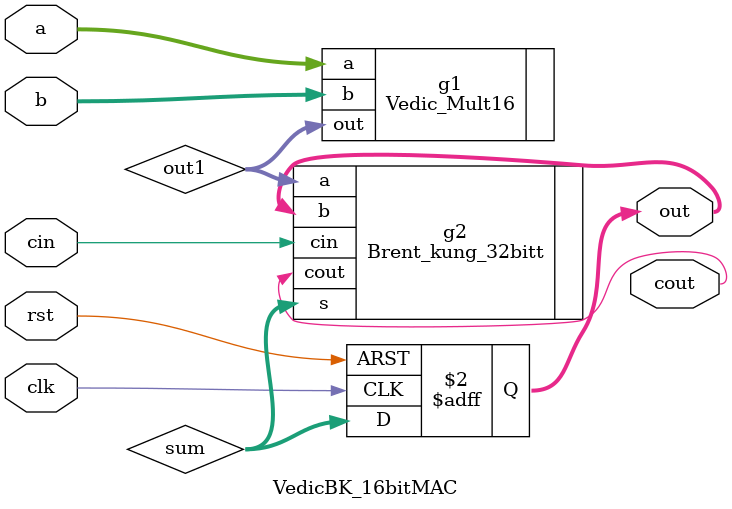
<source format=v>
module VedicBK_16bitMAC(
    input [15:0] a,          // 8-bit input A
    input [15:0] b,          // 8-bit input B
    input clk,
    input rst,
    input cin,              // Carry-in for the adder
    output reg [31:0] out,  // 16-bit output
    output cout             // Carry-out from the adder
);

    wire [31:0] out1;       // Output from the 8-bit Vedic multiplier
    wire [31:0] sum;

    // Instantiate 8-bit Vedic multiplier
    Vedic_Mult16 g1 (
        .a(a),
        .b(b),
        .out(out1)
    );

    // Instantiate 16-bit Kogge-Stone adder
    Brent_kung_32bitt g2 (
        .a(out1),
        .b(out),
        .cin(cin),
        .s(sum),
        .cout(cout)
    );

    // Register output with synchronous reset
    always @(posedge clk or posedge rst) begin
        if (rst)
            out <= 32'h0;  // Reset to 16-bit zero
        else
            out <= sum;    // Update output with adder result
    end
endmodule


</source>
